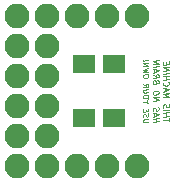
<source format=gbs>
G04 #@! TF.FileFunction,Soldermask,Bot*
%FSLAX46Y46*%
G04 Gerber Fmt 4.6, Leading zero omitted, Abs format (unit mm)*
G04 Created by KiCad (PCBNEW 4.0.7) date 2018 April 02, Monday 02:54:30*
%MOMM*%
%LPD*%
G01*
G04 APERTURE LIST*
%ADD10C,0.100000*%
%ADD11C,0.125000*%
%ADD12C,0.112500*%
%ADD13O,2.100000X2.100000*%
%ADD14R,1.900000X1.650000*%
G04 APERTURE END LIST*
D10*
D11*
X176733310Y-116837202D02*
X176733310Y-116551488D01*
X176233310Y-116756845D02*
X176733310Y-116694345D01*
X176233310Y-116447321D02*
X176733310Y-116384821D01*
X176495214Y-116414583D02*
X176495214Y-116128869D01*
X176233310Y-116161607D02*
X176733310Y-116099107D01*
X176233310Y-115923511D02*
X176733310Y-115861011D01*
X176257119Y-115706250D02*
X176233310Y-115637797D01*
X176233310Y-115518750D01*
X176257119Y-115468155D01*
X176280929Y-115441368D01*
X176328548Y-115411607D01*
X176376167Y-115405655D01*
X176423786Y-115423511D01*
X176447595Y-115444345D01*
X176471405Y-115488988D01*
X176495214Y-115581250D01*
X176519024Y-115625892D01*
X176542833Y-115646725D01*
X176590452Y-115664583D01*
X176638071Y-115658631D01*
X176685690Y-115628868D01*
X176709500Y-115602083D01*
X176733310Y-115551488D01*
X176733310Y-115432440D01*
X176709500Y-115363988D01*
X176233310Y-114828274D02*
X176733310Y-114765774D01*
X176376167Y-114643751D01*
X176733310Y-114432441D01*
X176233310Y-114494941D01*
X176376167Y-114262798D02*
X176376167Y-114024703D01*
X176233310Y-114328274D02*
X176733310Y-114099107D01*
X176233310Y-113994941D01*
X176280929Y-113536607D02*
X176257119Y-113563394D01*
X176233310Y-113637798D01*
X176233310Y-113685417D01*
X176257119Y-113753870D01*
X176304738Y-113795536D01*
X176352357Y-113813393D01*
X176447595Y-113825298D01*
X176519024Y-113816369D01*
X176614262Y-113780655D01*
X176661881Y-113750893D01*
X176709500Y-113697322D01*
X176733310Y-113622917D01*
X176733310Y-113575298D01*
X176709500Y-113506846D01*
X176685690Y-113486012D01*
X176233310Y-113328274D02*
X176733310Y-113265774D01*
X176495214Y-113295536D02*
X176495214Y-113009822D01*
X176233310Y-113042560D02*
X176733310Y-112980060D01*
X176233310Y-112804464D02*
X176733310Y-112741964D01*
X176233310Y-112566369D02*
X176733310Y-112503869D01*
X176233310Y-112280655D01*
X176733310Y-112218155D01*
X176495214Y-112009821D02*
X176495214Y-111843155D01*
X176233310Y-111804464D02*
X176233310Y-112042559D01*
X176733310Y-111980059D01*
X176733310Y-111741964D01*
X175358310Y-116923511D02*
X175858310Y-116861011D01*
X175620214Y-116890773D02*
X175620214Y-116605059D01*
X175358310Y-116637797D02*
X175858310Y-116575297D01*
X175501167Y-116405654D02*
X175501167Y-116167559D01*
X175358310Y-116471130D02*
X175858310Y-116241963D01*
X175358310Y-116137797D01*
X175382119Y-115991964D02*
X175358310Y-115923511D01*
X175358310Y-115804464D01*
X175382119Y-115753869D01*
X175405929Y-115727082D01*
X175453548Y-115697321D01*
X175501167Y-115691369D01*
X175548786Y-115709225D01*
X175572595Y-115730059D01*
X175596405Y-115774702D01*
X175620214Y-115866964D01*
X175644024Y-115911606D01*
X175667833Y-115932439D01*
X175715452Y-115950297D01*
X175763071Y-115944345D01*
X175810690Y-115914582D01*
X175834500Y-115887797D01*
X175858310Y-115837202D01*
X175858310Y-115718154D01*
X175834500Y-115649702D01*
X175358310Y-115113988D02*
X175858310Y-115051488D01*
X175358310Y-114828274D01*
X175858310Y-114765774D01*
X175858310Y-114432440D02*
X175858310Y-114337202D01*
X175834500Y-114292559D01*
X175786881Y-114250892D01*
X175691643Y-114238988D01*
X175524976Y-114259821D01*
X175429738Y-114295535D01*
X175382119Y-114349107D01*
X175358310Y-114399702D01*
X175358310Y-114494940D01*
X175382119Y-114539583D01*
X175429738Y-114581249D01*
X175524976Y-114593154D01*
X175691643Y-114572321D01*
X175786881Y-114536606D01*
X175834500Y-114483035D01*
X175858310Y-114432440D01*
X175620214Y-113486012D02*
X175596405Y-113417559D01*
X175572595Y-113396726D01*
X175524976Y-113378868D01*
X175453548Y-113387797D01*
X175405929Y-113417559D01*
X175382119Y-113444345D01*
X175358310Y-113494940D01*
X175358310Y-113685416D01*
X175858310Y-113622916D01*
X175858310Y-113456250D01*
X175834500Y-113411607D01*
X175810690Y-113390773D01*
X175763071Y-113372917D01*
X175715452Y-113378869D01*
X175667833Y-113408630D01*
X175644024Y-113435416D01*
X175620214Y-113486012D01*
X175620214Y-113652678D01*
X175358310Y-112899702D02*
X175596405Y-113036607D01*
X175358310Y-113185416D02*
X175858310Y-113122916D01*
X175858310Y-112932440D01*
X175834500Y-112887797D01*
X175810690Y-112866964D01*
X175763071Y-112849107D01*
X175691643Y-112858035D01*
X175644024Y-112887797D01*
X175620214Y-112914583D01*
X175596405Y-112965178D01*
X175596405Y-113155654D01*
X175501167Y-112691369D02*
X175501167Y-112453274D01*
X175358310Y-112756845D02*
X175858310Y-112527678D01*
X175358310Y-112423512D01*
X175358310Y-112256845D02*
X175858310Y-112194345D01*
X175358310Y-112018750D02*
X175858310Y-111956250D01*
X175358310Y-111733036D01*
X175858310Y-111670536D01*
D12*
X174998429Y-116883482D02*
X174634143Y-116929018D01*
X174591286Y-116912947D01*
X174569857Y-116894197D01*
X174548429Y-116854018D01*
X174548429Y-116768304D01*
X174569857Y-116722768D01*
X174591286Y-116698661D01*
X174634143Y-116671875D01*
X174998429Y-116626339D01*
X174569857Y-116487054D02*
X174548429Y-116425446D01*
X174548429Y-116318303D01*
X174569857Y-116272768D01*
X174591286Y-116248660D01*
X174634143Y-116221875D01*
X174677000Y-116216518D01*
X174719857Y-116232589D01*
X174741286Y-116251339D01*
X174762714Y-116291518D01*
X174784143Y-116374553D01*
X174805571Y-116414733D01*
X174827000Y-116433482D01*
X174869857Y-116449554D01*
X174912714Y-116444197D01*
X174955571Y-116417411D01*
X174977000Y-116393304D01*
X174998429Y-116347767D01*
X174998429Y-116240625D01*
X174977000Y-116179018D01*
X174784143Y-116010268D02*
X174784143Y-115860268D01*
X174548429Y-115825446D02*
X174548429Y-116039732D01*
X174998429Y-115983482D01*
X174998429Y-115769196D01*
X174762714Y-115177233D02*
X174548429Y-115204018D01*
X174998429Y-115297768D02*
X174762714Y-115177233D01*
X174998429Y-114997768D01*
X174998429Y-114762054D02*
X174998429Y-114676340D01*
X174977000Y-114636161D01*
X174934143Y-114598661D01*
X174848429Y-114587947D01*
X174698429Y-114606697D01*
X174612714Y-114638840D01*
X174569857Y-114687054D01*
X174548429Y-114732590D01*
X174548429Y-114818304D01*
X174569857Y-114858483D01*
X174612714Y-114895983D01*
X174698429Y-114906697D01*
X174848429Y-114887947D01*
X174934143Y-114855804D01*
X174977000Y-114807590D01*
X174998429Y-114762054D01*
X174998429Y-114376339D02*
X174634143Y-114421875D01*
X174591286Y-114405804D01*
X174569857Y-114387054D01*
X174548429Y-114346875D01*
X174548429Y-114261161D01*
X174569857Y-114215625D01*
X174591286Y-114191518D01*
X174634143Y-114164732D01*
X174998429Y-114119196D01*
X174548429Y-113704017D02*
X174762714Y-113827232D01*
X174548429Y-113961160D02*
X174998429Y-113904910D01*
X174998429Y-113733482D01*
X174977000Y-113693303D01*
X174955571Y-113674554D01*
X174912714Y-113658482D01*
X174848429Y-113666517D01*
X174805571Y-113693304D01*
X174784143Y-113717410D01*
X174762714Y-113762947D01*
X174762714Y-113934375D01*
X174998429Y-113026339D02*
X174998429Y-112940625D01*
X174977000Y-112900446D01*
X174934143Y-112862946D01*
X174848429Y-112852232D01*
X174698429Y-112870982D01*
X174612714Y-112903125D01*
X174569857Y-112951339D01*
X174548429Y-112996875D01*
X174548429Y-113082589D01*
X174569857Y-113122768D01*
X174612714Y-113160268D01*
X174698429Y-113170982D01*
X174848429Y-113152232D01*
X174934143Y-113120089D01*
X174977000Y-113071875D01*
X174998429Y-113026339D01*
X174998429Y-112683481D02*
X174548429Y-112632588D01*
X174869857Y-112506696D01*
X174548429Y-112461160D01*
X174998429Y-112297767D01*
X174548429Y-112182588D02*
X174998429Y-112126338D01*
X174548429Y-111925445D01*
X174998429Y-111869195D01*
X174591286Y-111705802D02*
X174569857Y-111687053D01*
X174548429Y-111711159D01*
X174569857Y-111729910D01*
X174591286Y-111705802D01*
X174548429Y-111711159D01*
X174719857Y-111689731D02*
X174977000Y-111679017D01*
X174998429Y-111654909D01*
X174977000Y-111636160D01*
X174719857Y-111689731D01*
X174998429Y-111654909D01*
D13*
X163830000Y-120650000D03*
X166370000Y-120650000D03*
X168910000Y-120650000D03*
X171450000Y-120650000D03*
X173990000Y-120650000D03*
X163830000Y-107950000D03*
X166370000Y-107950000D03*
X168910000Y-107950000D03*
X171450000Y-107950000D03*
X173990000Y-107950000D03*
X166370000Y-110490000D03*
X163830000Y-110490000D03*
X166370000Y-113030000D03*
X163830000Y-113030000D03*
X166370000Y-115570000D03*
X163830000Y-115570000D03*
X166370000Y-118110000D03*
X163830000Y-118110000D03*
D14*
X169565000Y-116586000D03*
X172065000Y-116586000D03*
X172065000Y-112014000D03*
X169565000Y-112014000D03*
M02*

</source>
